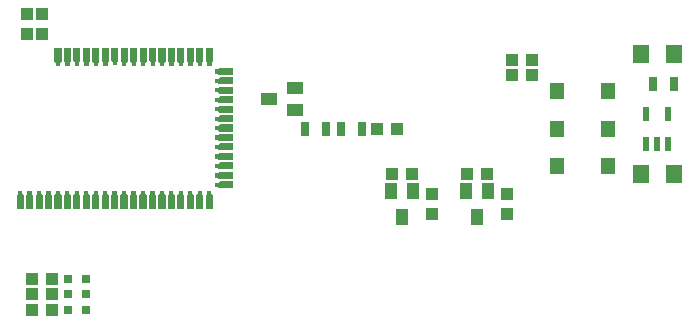
<source format=gbr>
G04 EAGLE Gerber RS-274X export*
G75*
%MOMM*%
%FSLAX34Y34*%
%LPD*%
%INSolderpaste Top*%
%IPPOS*%
%AMOC8*
5,1,8,0,0,1.08239X$1,22.5*%
G01*
%ADD10R,1.000000X1.400000*%
%ADD11R,0.550000X1.200000*%
%ADD12R,1.100000X1.000000*%
%ADD13R,0.800000X1.200000*%
%ADD14R,1.400000X1.600000*%
%ADD15R,0.800000X0.800000*%
%ADD16R,1.000000X1.100000*%
%ADD17R,1.400000X1.000000*%
%ADD18R,1.270000X1.470000*%

G36*
X88747Y206055D02*
X88747Y206055D01*
X88747Y206056D01*
X88747Y208518D01*
X89838Y209608D01*
X89838Y209611D01*
X89840Y209612D01*
X89840Y221270D01*
X89835Y221275D01*
X83815Y221275D01*
X83810Y221271D01*
X83810Y221270D01*
X83810Y209967D01*
X83811Y209966D01*
X83811Y209964D01*
X85156Y208619D01*
X85156Y206056D01*
X85160Y206051D01*
X85161Y206051D01*
X88742Y206051D01*
X88747Y206055D01*
G37*
G36*
X56736Y206048D02*
X56736Y206048D01*
X56735Y206048D01*
X56736Y206048D01*
X56736Y208510D01*
X57826Y209601D01*
X57827Y209603D01*
X57828Y209604D01*
X57828Y221263D01*
X57824Y221268D01*
X57823Y221268D01*
X51803Y221268D01*
X51798Y221263D01*
X51798Y209960D01*
X51800Y209958D01*
X51800Y209956D01*
X53144Y208612D01*
X53144Y206048D01*
X53149Y206043D01*
X53149Y206044D01*
X53149Y206043D01*
X56731Y206043D01*
X56736Y206048D01*
G37*
G36*
X120756Y206043D02*
X120756Y206043D01*
X120756Y208505D01*
X121847Y209596D01*
X121847Y209598D01*
X121849Y209599D01*
X121849Y221258D01*
X121844Y221263D01*
X121844Y221262D01*
X121844Y221263D01*
X115824Y221263D01*
X115819Y221258D01*
X115819Y209955D01*
X115820Y209953D01*
X115820Y209951D01*
X117165Y208606D01*
X117165Y206043D01*
X117169Y206038D01*
X117170Y206039D01*
X117170Y206038D01*
X120751Y206038D01*
X120756Y206043D01*
G37*
G36*
X64734Y206037D02*
X64734Y206037D01*
X64734Y206038D01*
X64734Y208500D01*
X65825Y209591D01*
X65825Y209593D01*
X65826Y209594D01*
X65826Y221253D01*
X65822Y221258D01*
X65822Y221257D01*
X65821Y221258D01*
X59802Y221258D01*
X59797Y221253D01*
X59797Y209950D01*
X59798Y209948D01*
X59798Y209946D01*
X61143Y208601D01*
X61143Y206038D01*
X61147Y206033D01*
X61148Y206033D01*
X64729Y206033D01*
X64734Y206037D01*
G37*
G36*
X48709Y206012D02*
X48709Y206012D01*
X48709Y206013D01*
X48709Y208474D01*
X49800Y209565D01*
X49800Y209568D01*
X49802Y209569D01*
X49802Y221227D01*
X49797Y221232D01*
X43777Y221232D01*
X43772Y221228D01*
X43772Y221227D01*
X43772Y209924D01*
X43773Y209923D01*
X43773Y209921D01*
X45118Y208576D01*
X45118Y206013D01*
X45122Y206008D01*
X45123Y206008D01*
X48704Y206008D01*
X48709Y206012D01*
G37*
G36*
X136690Y206004D02*
X136690Y206004D01*
X136689Y206005D01*
X136690Y206005D01*
X136690Y208467D01*
X137781Y209558D01*
X137781Y209560D01*
X137782Y209561D01*
X137782Y221220D01*
X137778Y221225D01*
X137777Y221224D01*
X137777Y221225D01*
X131757Y221225D01*
X131752Y221220D01*
X131752Y209917D01*
X131754Y209915D01*
X131754Y209913D01*
X133098Y208568D01*
X133098Y206005D01*
X133103Y206000D01*
X136685Y206000D01*
X136690Y206004D01*
G37*
G36*
X104709Y205989D02*
X104709Y205989D01*
X104708Y205990D01*
X104709Y205990D01*
X104709Y208452D01*
X105799Y209542D01*
X105800Y209545D01*
X105801Y209546D01*
X105801Y221204D01*
X105797Y221209D01*
X105796Y221209D01*
X99776Y221209D01*
X99771Y221205D01*
X99771Y221204D01*
X99771Y209901D01*
X99773Y209900D01*
X99773Y209898D01*
X101117Y208553D01*
X101117Y205990D01*
X101122Y205985D01*
X104704Y205985D01*
X104709Y205989D01*
G37*
G36*
X96657Y205989D02*
X96657Y205989D01*
X96657Y205990D01*
X96657Y208452D01*
X97748Y209542D01*
X97748Y209545D01*
X97749Y209546D01*
X97749Y221204D01*
X97745Y221209D01*
X97744Y221209D01*
X91724Y221209D01*
X91719Y221205D01*
X91720Y221205D01*
X91719Y221205D01*
X91720Y221205D01*
X91719Y221204D01*
X91719Y209901D01*
X91721Y209900D01*
X91721Y209898D01*
X93066Y208553D01*
X93066Y205990D01*
X93070Y205985D01*
X96652Y205985D01*
X96657Y205989D01*
G37*
G36*
X112740Y205982D02*
X112740Y205982D01*
X112740Y208444D01*
X113831Y209535D01*
X113831Y209537D01*
X113832Y209538D01*
X113832Y221197D01*
X113828Y221202D01*
X113828Y221201D01*
X113827Y221202D01*
X107808Y221202D01*
X107803Y221197D01*
X107803Y209894D01*
X107804Y209892D01*
X107804Y209890D01*
X109149Y208545D01*
X109149Y205982D01*
X109153Y205977D01*
X109153Y205978D01*
X109154Y205977D01*
X112735Y205977D01*
X112740Y205982D01*
G37*
G36*
X128750Y205951D02*
X128750Y205951D01*
X128749Y205951D01*
X128750Y205952D01*
X128750Y208413D01*
X129841Y209504D01*
X129841Y209507D01*
X129842Y209508D01*
X129842Y221166D01*
X129838Y221171D01*
X129837Y221171D01*
X123817Y221171D01*
X123812Y221167D01*
X123812Y221166D01*
X123812Y209863D01*
X123814Y209862D01*
X123814Y209860D01*
X125158Y208515D01*
X125158Y205952D01*
X125163Y205947D01*
X128745Y205947D01*
X128750Y205951D01*
G37*
G36*
X40726Y205944D02*
X40726Y205944D01*
X40726Y208406D01*
X41817Y209497D01*
X41817Y209499D01*
X41818Y209500D01*
X41818Y221159D01*
X41814Y221164D01*
X41814Y221163D01*
X41813Y221164D01*
X35794Y221164D01*
X35789Y221159D01*
X35789Y209856D01*
X35790Y209854D01*
X35790Y209852D01*
X37135Y208507D01*
X37135Y205944D01*
X37139Y205939D01*
X37140Y205939D01*
X40721Y205939D01*
X40726Y205944D01*
G37*
G36*
X152715Y205931D02*
X152715Y205931D01*
X152714Y205931D01*
X152715Y205931D01*
X152715Y208393D01*
X153805Y209484D01*
X153806Y209486D01*
X153807Y209487D01*
X153807Y221146D01*
X153803Y221151D01*
X153802Y221151D01*
X147782Y221151D01*
X147777Y221147D01*
X147777Y221146D01*
X147777Y209843D01*
X147779Y209841D01*
X147779Y209839D01*
X149123Y208495D01*
X149123Y205931D01*
X149128Y205926D01*
X149128Y205927D01*
X149128Y205926D01*
X152710Y205926D01*
X152715Y205931D01*
G37*
G36*
X160777Y205928D02*
X160777Y205928D01*
X160776Y205929D01*
X160777Y205929D01*
X160777Y208391D01*
X161867Y209481D01*
X161868Y209484D01*
X161869Y209485D01*
X161869Y221143D01*
X161864Y221148D01*
X155844Y221148D01*
X155839Y221144D01*
X155839Y221143D01*
X155839Y209840D01*
X155841Y209839D01*
X155841Y209837D01*
X157185Y208492D01*
X157185Y205929D01*
X157190Y205924D01*
X160772Y205924D01*
X160777Y205928D01*
G37*
G36*
X168828Y205926D02*
X168828Y205926D01*
X168828Y208388D01*
X169919Y209479D01*
X169919Y209481D01*
X169921Y209482D01*
X169921Y221141D01*
X169916Y221146D01*
X163896Y221146D01*
X163891Y221142D01*
X163891Y221141D01*
X163891Y209838D01*
X163892Y209836D01*
X163892Y209834D01*
X165237Y208490D01*
X165237Y205926D01*
X165241Y205921D01*
X165242Y205922D01*
X165242Y205921D01*
X168823Y205921D01*
X168828Y205926D01*
G37*
G36*
X80767Y205921D02*
X80767Y205921D01*
X80766Y205921D01*
X80767Y205921D01*
X80767Y208383D01*
X81857Y209474D01*
X81858Y209476D01*
X81859Y209477D01*
X81859Y221136D01*
X81854Y221141D01*
X75834Y221141D01*
X75829Y221136D01*
X75829Y209833D01*
X75831Y209831D01*
X75831Y209829D01*
X77175Y208485D01*
X77175Y205921D01*
X77180Y205916D01*
X77180Y205917D01*
X77180Y205916D01*
X80762Y205916D01*
X80767Y205921D01*
G37*
G36*
X72738Y205877D02*
X72738Y205877D01*
X72737Y205878D01*
X72738Y205878D01*
X72738Y208340D01*
X73828Y209431D01*
X73829Y209433D01*
X73830Y209434D01*
X73830Y221093D01*
X73826Y221098D01*
X73825Y221097D01*
X73825Y221098D01*
X67805Y221098D01*
X67800Y221093D01*
X67800Y209790D01*
X67802Y209788D01*
X67802Y209786D01*
X69146Y208441D01*
X69146Y205878D01*
X69151Y205873D01*
X72733Y205873D01*
X72738Y205877D01*
G37*
G36*
X144663Y205875D02*
X144663Y205875D01*
X144663Y205876D01*
X144663Y208337D01*
X145754Y209428D01*
X145754Y209430D01*
X145755Y209432D01*
X145755Y221090D01*
X145751Y221095D01*
X145750Y221095D01*
X139730Y221095D01*
X139725Y221091D01*
X139726Y221091D01*
X139725Y221090D01*
X139726Y221090D01*
X139725Y221090D01*
X139725Y209787D01*
X139727Y209785D01*
X139727Y209784D01*
X141072Y208439D01*
X141072Y205876D01*
X141076Y205871D01*
X144658Y205871D01*
X144663Y205875D01*
G37*
G36*
X187040Y198042D02*
X187040Y198042D01*
X187040Y204062D01*
X187036Y204067D01*
X187035Y204067D01*
X175732Y204067D01*
X175730Y204065D01*
X175729Y204065D01*
X174384Y202721D01*
X171821Y202721D01*
X171816Y202716D01*
X171816Y199134D01*
X171820Y199129D01*
X171820Y199130D01*
X171821Y199129D01*
X174282Y199129D01*
X175373Y198039D01*
X175376Y198038D01*
X175377Y198037D01*
X187035Y198037D01*
X187040Y198042D01*
G37*
G36*
X186989Y190066D02*
X186989Y190066D01*
X186989Y190067D01*
X186989Y196086D01*
X186985Y196091D01*
X186984Y196091D01*
X175681Y196091D01*
X175680Y196090D01*
X175678Y196090D01*
X174333Y194745D01*
X171770Y194745D01*
X171765Y194741D01*
X171765Y194740D01*
X171765Y191159D01*
X171769Y191154D01*
X171770Y191154D01*
X174232Y191154D01*
X175322Y190063D01*
X175325Y190063D01*
X175326Y190062D01*
X186984Y190062D01*
X186989Y190066D01*
G37*
G36*
X187033Y182167D02*
X187033Y182167D01*
X187032Y182167D01*
X187033Y182167D01*
X187033Y188187D01*
X187028Y188192D01*
X175725Y188192D01*
X175723Y188190D01*
X175721Y188190D01*
X174376Y186846D01*
X171813Y186846D01*
X171808Y186841D01*
X171808Y183259D01*
X171812Y183254D01*
X171813Y183255D01*
X171813Y183254D01*
X174275Y183254D01*
X175366Y182164D01*
X175368Y182163D01*
X175369Y182162D01*
X187028Y182162D01*
X187033Y182167D01*
G37*
G36*
X187048Y174054D02*
X187048Y174054D01*
X187048Y180074D01*
X187044Y180079D01*
X187043Y180079D01*
X175740Y180079D01*
X175738Y180078D01*
X175736Y180078D01*
X174392Y178733D01*
X171828Y178733D01*
X171823Y178729D01*
X171824Y178728D01*
X171823Y178728D01*
X171823Y175147D01*
X171828Y175142D01*
X174290Y175142D01*
X175381Y174051D01*
X175383Y174051D01*
X175384Y174049D01*
X187043Y174049D01*
X187048Y174054D01*
G37*
G36*
X187002Y166063D02*
X187002Y166063D01*
X187002Y166064D01*
X187002Y172083D01*
X186998Y172088D01*
X186997Y172088D01*
X175694Y172088D01*
X175692Y172087D01*
X175691Y172087D01*
X174346Y170742D01*
X171783Y170742D01*
X171778Y170738D01*
X171778Y170737D01*
X171778Y167156D01*
X171782Y167151D01*
X171783Y167151D01*
X174244Y167151D01*
X175335Y166060D01*
X175337Y166060D01*
X175339Y166059D01*
X186997Y166059D01*
X187002Y166063D01*
G37*
G36*
X187109Y157976D02*
X187109Y157976D01*
X187109Y163996D01*
X187105Y164001D01*
X187104Y164001D01*
X175801Y164001D01*
X175799Y163999D01*
X175797Y164000D01*
X174453Y162655D01*
X171889Y162655D01*
X171884Y162650D01*
X171885Y162650D01*
X171884Y162650D01*
X171884Y159068D01*
X171889Y159063D01*
X171889Y159064D01*
X171889Y159063D01*
X174351Y159063D01*
X175442Y157973D01*
X175444Y157973D01*
X175445Y157971D01*
X187104Y157971D01*
X187109Y157976D01*
G37*
G36*
X187033Y150089D02*
X187033Y150089D01*
X187032Y150089D01*
X187033Y150090D01*
X187033Y156109D01*
X187028Y156114D01*
X175725Y156114D01*
X175723Y156113D01*
X175721Y156113D01*
X174376Y154768D01*
X171813Y154768D01*
X171808Y154764D01*
X171808Y154763D01*
X171808Y151182D01*
X171812Y151177D01*
X171813Y151177D01*
X174275Y151177D01*
X175366Y150086D01*
X175368Y150086D01*
X175369Y150085D01*
X187028Y150085D01*
X187033Y150089D01*
G37*
G36*
X187010Y142123D02*
X187010Y142123D01*
X187009Y142124D01*
X187010Y142124D01*
X187010Y148144D01*
X187005Y148149D01*
X175702Y148149D01*
X175700Y148147D01*
X175698Y148147D01*
X174354Y146803D01*
X171790Y146803D01*
X171785Y146798D01*
X171786Y146798D01*
X171785Y146798D01*
X171785Y143216D01*
X171790Y143211D01*
X171790Y143212D01*
X171790Y143211D01*
X174252Y143211D01*
X175343Y142121D01*
X175345Y142120D01*
X175346Y142119D01*
X187005Y142119D01*
X187010Y142123D01*
G37*
G36*
X187101Y134087D02*
X187101Y134087D01*
X187101Y134088D01*
X187101Y140107D01*
X187097Y140112D01*
X187096Y140112D01*
X175793Y140112D01*
X175791Y140111D01*
X175790Y140111D01*
X174445Y138766D01*
X171882Y138766D01*
X171877Y138762D01*
X171877Y138761D01*
X171877Y135180D01*
X171881Y135175D01*
X171882Y135175D01*
X174343Y135175D01*
X175434Y134084D01*
X175437Y134084D01*
X175438Y134083D01*
X187096Y134083D01*
X187101Y134087D01*
G37*
G36*
X187033Y126066D02*
X187033Y126066D01*
X187032Y126066D01*
X187033Y126066D01*
X187033Y132086D01*
X187028Y132091D01*
X175725Y132091D01*
X175723Y132089D01*
X175721Y132090D01*
X174376Y130745D01*
X171813Y130745D01*
X171808Y130740D01*
X171808Y127158D01*
X171812Y127153D01*
X171813Y127154D01*
X171813Y127153D01*
X174275Y127153D01*
X175366Y126063D01*
X175368Y126063D01*
X175369Y126061D01*
X187028Y126061D01*
X187033Y126066D01*
G37*
G36*
X187040Y118120D02*
X187040Y118120D01*
X187040Y118121D01*
X187040Y124141D01*
X187036Y124146D01*
X187035Y124146D01*
X175732Y124146D01*
X175730Y124144D01*
X175729Y124144D01*
X174384Y122800D01*
X171821Y122800D01*
X171816Y122795D01*
X171816Y119213D01*
X171820Y119208D01*
X171820Y119209D01*
X171821Y119208D01*
X174282Y119208D01*
X175373Y118118D01*
X175376Y118117D01*
X175377Y118116D01*
X187035Y118116D01*
X187040Y118120D01*
G37*
G36*
X187109Y110048D02*
X187109Y110048D01*
X187109Y110049D01*
X187109Y116069D01*
X187104Y116074D01*
X187104Y116073D01*
X187104Y116074D01*
X175801Y116074D01*
X175799Y116072D01*
X175797Y116072D01*
X174453Y114728D01*
X171889Y114728D01*
X171884Y114723D01*
X171885Y114723D01*
X171884Y114723D01*
X171884Y111141D01*
X171889Y111136D01*
X174351Y111136D01*
X175442Y110045D01*
X175444Y110045D01*
X175445Y110044D01*
X187104Y110044D01*
X187109Y110048D01*
G37*
G36*
X187071Y101989D02*
X187071Y101989D01*
X187070Y101989D01*
X187071Y101990D01*
X187071Y108009D01*
X187066Y108014D01*
X175763Y108014D01*
X175761Y108013D01*
X175759Y108013D01*
X174415Y106668D01*
X171851Y106668D01*
X171846Y106664D01*
X171847Y106663D01*
X171846Y106663D01*
X171846Y103082D01*
X171851Y103077D01*
X174313Y103077D01*
X175404Y101986D01*
X175406Y101986D01*
X175407Y101985D01*
X187066Y101985D01*
X187071Y101989D01*
G37*
G36*
X49804Y84839D02*
X49804Y84839D01*
X49804Y96142D01*
X49803Y96144D01*
X49803Y96146D01*
X48458Y97491D01*
X48458Y100054D01*
X48454Y100059D01*
X48453Y100059D01*
X44872Y100059D01*
X44867Y100055D01*
X44867Y100054D01*
X44867Y97592D01*
X43776Y96502D01*
X43776Y96499D01*
X43774Y96498D01*
X43774Y84839D01*
X43779Y84834D01*
X43779Y84835D01*
X43779Y84834D01*
X49799Y84834D01*
X49804Y84839D01*
G37*
G36*
X121902Y84813D02*
X121902Y84813D01*
X121902Y84814D01*
X121902Y96117D01*
X121900Y96119D01*
X121901Y96121D01*
X120556Y97465D01*
X120556Y100029D01*
X120551Y100034D01*
X120551Y100033D01*
X120551Y100034D01*
X116969Y100034D01*
X116964Y100029D01*
X116965Y100029D01*
X116964Y100029D01*
X116965Y100029D01*
X116964Y100029D01*
X116964Y97567D01*
X115874Y96476D01*
X115874Y96474D01*
X115872Y96473D01*
X115872Y84814D01*
X115877Y84809D01*
X121897Y84809D01*
X121902Y84813D01*
G37*
G36*
X105854Y84785D02*
X105854Y84785D01*
X105854Y84786D01*
X105854Y96089D01*
X105853Y96091D01*
X105853Y96093D01*
X104508Y97437D01*
X104508Y100001D01*
X104504Y100006D01*
X104503Y100005D01*
X104503Y100006D01*
X100922Y100006D01*
X100917Y100001D01*
X100917Y97539D01*
X99826Y96448D01*
X99826Y96446D01*
X99825Y96445D01*
X99825Y84786D01*
X99829Y84781D01*
X105849Y84781D01*
X105854Y84785D01*
G37*
G36*
X129844Y84770D02*
X129844Y84770D01*
X129844Y84771D01*
X129845Y84771D01*
X129845Y96074D01*
X129843Y96076D01*
X129843Y96077D01*
X128498Y97422D01*
X128498Y99985D01*
X128494Y99990D01*
X128493Y99990D01*
X124912Y99990D01*
X124907Y99986D01*
X124907Y99985D01*
X124907Y97524D01*
X123816Y96433D01*
X123816Y96431D01*
X123815Y96429D01*
X123815Y84771D01*
X123819Y84766D01*
X123820Y84766D01*
X129840Y84766D01*
X129844Y84770D01*
G37*
G36*
X65788Y84770D02*
X65788Y84770D01*
X65788Y84771D01*
X65788Y96074D01*
X65787Y96076D01*
X65787Y96077D01*
X64442Y97422D01*
X64442Y99985D01*
X64438Y99990D01*
X64437Y99990D01*
X60856Y99990D01*
X60851Y99986D01*
X60851Y99985D01*
X60851Y97524D01*
X59760Y96433D01*
X59760Y96431D01*
X59759Y96429D01*
X59759Y84771D01*
X59763Y84766D01*
X59764Y84766D01*
X65783Y84766D01*
X65788Y84770D01*
G37*
G36*
X33810Y84760D02*
X33810Y84760D01*
X33809Y84760D01*
X33810Y84761D01*
X33810Y96064D01*
X33808Y96066D01*
X33808Y96067D01*
X32464Y97412D01*
X32464Y99975D01*
X32459Y99980D01*
X28877Y99980D01*
X28872Y99976D01*
X28872Y99975D01*
X28872Y97514D01*
X27781Y96423D01*
X27781Y96420D01*
X27780Y96419D01*
X27780Y84761D01*
X27784Y84756D01*
X27785Y84756D01*
X33805Y84756D01*
X33810Y84760D01*
G37*
G36*
X25832Y84760D02*
X25832Y84760D01*
X25831Y84760D01*
X25832Y84761D01*
X25832Y96064D01*
X25830Y96065D01*
X25830Y96067D01*
X24485Y97412D01*
X24485Y99975D01*
X24481Y99980D01*
X24480Y99980D01*
X20899Y99980D01*
X20894Y99976D01*
X20894Y99975D01*
X20894Y97514D01*
X19803Y96423D01*
X19803Y96420D01*
X19802Y96419D01*
X19802Y84761D01*
X19806Y84756D01*
X19807Y84756D01*
X25827Y84756D01*
X25832Y84760D01*
G37*
G36*
X9812Y84760D02*
X9812Y84760D01*
X9811Y84760D01*
X9812Y84761D01*
X9812Y96064D01*
X9810Y96065D01*
X9810Y96067D01*
X8466Y97412D01*
X8466Y99975D01*
X8461Y99980D01*
X4879Y99980D01*
X4874Y99976D01*
X4874Y99975D01*
X4874Y97514D01*
X3783Y96423D01*
X3783Y96420D01*
X3782Y96419D01*
X3782Y84761D01*
X3786Y84756D01*
X3787Y84756D01*
X9807Y84756D01*
X9812Y84760D01*
G37*
G36*
X161869Y84755D02*
X161869Y84755D01*
X161869Y84756D01*
X161869Y96059D01*
X161867Y96060D01*
X161867Y96062D01*
X160523Y97407D01*
X160523Y99970D01*
X160518Y99975D01*
X156936Y99975D01*
X156931Y99971D01*
X156932Y99971D01*
X156931Y99971D01*
X156932Y99970D01*
X156931Y99970D01*
X156931Y97508D01*
X155841Y96418D01*
X155840Y96415D01*
X155839Y96414D01*
X155839Y84756D01*
X155843Y84751D01*
X155844Y84751D01*
X161864Y84751D01*
X161869Y84755D01*
G37*
G36*
X153916Y84755D02*
X153916Y84755D01*
X153916Y84756D01*
X153916Y96059D01*
X153915Y96060D01*
X153915Y96062D01*
X152570Y97407D01*
X152570Y99970D01*
X152566Y99975D01*
X152565Y99975D01*
X148984Y99975D01*
X148979Y99971D01*
X148979Y99970D01*
X148979Y97508D01*
X147888Y96418D01*
X147888Y96415D01*
X147886Y96414D01*
X147886Y84756D01*
X147891Y84751D01*
X153911Y84751D01*
X153916Y84755D01*
G37*
G36*
X169822Y84755D02*
X169822Y84755D01*
X169821Y84755D01*
X169822Y84756D01*
X169822Y96059D01*
X169820Y96060D01*
X169820Y96062D01*
X168475Y97407D01*
X168475Y99970D01*
X168471Y99975D01*
X168470Y99975D01*
X164889Y99975D01*
X164884Y99971D01*
X164884Y99970D01*
X164884Y97508D01*
X163793Y96418D01*
X163793Y96415D01*
X163792Y96414D01*
X163792Y84756D01*
X163796Y84751D01*
X163797Y84751D01*
X169817Y84751D01*
X169822Y84755D01*
G37*
G36*
X145811Y84752D02*
X145811Y84752D01*
X145811Y84753D01*
X145811Y96056D01*
X145809Y96058D01*
X145810Y96060D01*
X144465Y97404D01*
X144465Y99968D01*
X144460Y99973D01*
X144460Y99972D01*
X144460Y99973D01*
X140878Y99973D01*
X140873Y99968D01*
X140874Y99968D01*
X140873Y99968D01*
X140874Y99968D01*
X140873Y99968D01*
X140873Y97506D01*
X139783Y96415D01*
X139783Y96413D01*
X139781Y96412D01*
X139781Y84753D01*
X139786Y84748D01*
X145806Y84748D01*
X145811Y84752D01*
G37*
G36*
X97734Y84750D02*
X97734Y84750D01*
X97734Y84751D01*
X97734Y96054D01*
X97732Y96055D01*
X97732Y96057D01*
X96388Y97402D01*
X96388Y99965D01*
X96383Y99970D01*
X92801Y99970D01*
X92796Y99966D01*
X92797Y99966D01*
X92796Y99965D01*
X92797Y99965D01*
X92796Y99965D01*
X92796Y97503D01*
X91706Y96413D01*
X91705Y96410D01*
X91704Y96409D01*
X91704Y84751D01*
X91708Y84746D01*
X91709Y84746D01*
X97729Y84746D01*
X97734Y84750D01*
G37*
G36*
X137797Y84745D02*
X137797Y84745D01*
X137797Y96048D01*
X137796Y96050D01*
X137796Y96052D01*
X136451Y97397D01*
X136451Y99960D01*
X136447Y99965D01*
X136446Y99965D01*
X132865Y99965D01*
X132860Y99961D01*
X132860Y99960D01*
X132860Y97498D01*
X131769Y96408D01*
X131769Y96405D01*
X131768Y96404D01*
X131768Y84745D01*
X131772Y84741D01*
X131773Y84740D01*
X137792Y84740D01*
X137797Y84745D01*
G37*
G36*
X89867Y84745D02*
X89867Y84745D01*
X89868Y84745D01*
X89868Y96048D01*
X89866Y96050D01*
X89866Y96052D01*
X88521Y97397D01*
X88521Y99960D01*
X88517Y99965D01*
X88516Y99965D01*
X84935Y99965D01*
X84930Y99961D01*
X84930Y99960D01*
X84930Y97498D01*
X83839Y96408D01*
X83839Y96405D01*
X83838Y96404D01*
X83838Y84745D01*
X83842Y84741D01*
X83843Y84740D01*
X89863Y84740D01*
X89867Y84745D01*
G37*
G36*
X57835Y84737D02*
X57835Y84737D01*
X57835Y84738D01*
X57836Y84738D01*
X57836Y96041D01*
X57834Y96043D01*
X57834Y96044D01*
X56489Y97389D01*
X56489Y99952D01*
X56485Y99957D01*
X56484Y99957D01*
X52903Y99957D01*
X52898Y99953D01*
X52898Y99952D01*
X52898Y97491D01*
X51807Y96400D01*
X51807Y96398D01*
X51806Y96396D01*
X51806Y84738D01*
X51810Y84733D01*
X51811Y84733D01*
X57831Y84733D01*
X57835Y84737D01*
G37*
G36*
X81737Y84735D02*
X81737Y84735D01*
X81737Y96038D01*
X81735Y96040D01*
X81735Y96042D01*
X80391Y97387D01*
X80391Y99950D01*
X80386Y99955D01*
X76804Y99955D01*
X76799Y99951D01*
X76800Y99950D01*
X76799Y99950D01*
X76800Y99950D01*
X76799Y99950D01*
X76799Y97488D01*
X75709Y96397D01*
X75708Y96395D01*
X75707Y96394D01*
X75707Y84735D01*
X75712Y84730D01*
X75712Y84731D01*
X75712Y84730D01*
X81732Y84730D01*
X81737Y84735D01*
G37*
G36*
X113774Y84732D02*
X113774Y84732D01*
X113774Y84733D01*
X113774Y96036D01*
X113772Y96038D01*
X113773Y96039D01*
X112428Y97384D01*
X112428Y99947D01*
X112423Y99952D01*
X108841Y99952D01*
X108836Y99948D01*
X108837Y99948D01*
X108836Y99948D01*
X108837Y99947D01*
X108836Y99947D01*
X108836Y97486D01*
X107746Y96395D01*
X107746Y96392D01*
X107744Y96391D01*
X107744Y84733D01*
X107749Y84728D01*
X113769Y84728D01*
X113774Y84732D01*
G37*
G36*
X17823Y84712D02*
X17823Y84712D01*
X17823Y96015D01*
X17821Y96017D01*
X17821Y96019D01*
X16477Y97364D01*
X16477Y99927D01*
X16472Y99932D01*
X12890Y99932D01*
X12885Y99928D01*
X12886Y99927D01*
X12885Y99927D01*
X12886Y99927D01*
X12885Y99927D01*
X12885Y97465D01*
X11795Y96375D01*
X11794Y96372D01*
X11793Y96371D01*
X11793Y84712D01*
X11798Y84707D01*
X11798Y84708D01*
X11798Y84707D01*
X17818Y84707D01*
X17823Y84712D01*
G37*
G36*
X41811Y84697D02*
X41811Y84697D01*
X41810Y84697D01*
X41811Y84697D01*
X41811Y96000D01*
X41809Y96002D01*
X41809Y96004D01*
X40465Y97348D01*
X40465Y99912D01*
X40460Y99917D01*
X40460Y99916D01*
X40460Y99917D01*
X36878Y99917D01*
X36873Y99912D01*
X36873Y97450D01*
X35782Y96359D01*
X35782Y96357D01*
X35781Y96356D01*
X35781Y84697D01*
X35785Y84692D01*
X35786Y84693D01*
X35786Y84692D01*
X41806Y84692D01*
X41811Y84697D01*
G37*
G36*
X73797Y84689D02*
X73797Y84689D01*
X73797Y84690D01*
X73797Y95993D01*
X73795Y95994D01*
X73795Y95996D01*
X72451Y97341D01*
X72451Y99904D01*
X72446Y99909D01*
X68864Y99909D01*
X68859Y99905D01*
X68860Y99905D01*
X68859Y99904D01*
X68860Y99904D01*
X68859Y99904D01*
X68859Y97442D01*
X67769Y96352D01*
X67768Y96349D01*
X67767Y96348D01*
X67767Y84690D01*
X67772Y84685D01*
X73792Y84685D01*
X73797Y84689D01*
G37*
D10*
X393700Y77900D03*
X384200Y99900D03*
X403200Y99900D03*
D11*
X536600Y139399D03*
X546100Y139399D03*
X555600Y139399D03*
X555600Y165401D03*
X536600Y165401D03*
D12*
X385200Y114300D03*
X402200Y114300D03*
X33900Y-1270D03*
X16900Y-1270D03*
D13*
X560180Y190500D03*
X542180Y190500D03*
D14*
X560100Y114300D03*
X532100Y114300D03*
D15*
X62110Y-1270D03*
X47110Y-1270D03*
X62110Y25400D03*
X47110Y25400D03*
X62110Y12700D03*
X47110Y12700D03*
D12*
X33900Y12700D03*
X16900Y12700D03*
X33900Y25400D03*
X16900Y25400D03*
D16*
X419100Y80400D03*
X419100Y97400D03*
D10*
X330200Y77900D03*
X320700Y99900D03*
X339700Y99900D03*
D12*
X321700Y114300D03*
X338700Y114300D03*
D16*
X355600Y80400D03*
X355600Y97400D03*
D14*
X532100Y215900D03*
X560100Y215900D03*
D12*
X423300Y198120D03*
X440300Y198120D03*
X423300Y210820D03*
X440300Y210820D03*
D16*
X12700Y249800D03*
X12700Y232800D03*
D17*
X217600Y177800D03*
X239600Y187300D03*
X239600Y168300D03*
D13*
X265540Y152400D03*
X247540Y152400D03*
X296020Y152400D03*
X278020Y152400D03*
D12*
X309000Y152400D03*
X326000Y152400D03*
D16*
X25400Y249800D03*
X25400Y232800D03*
D18*
X461100Y152400D03*
X504100Y152400D03*
X461100Y120650D03*
X504100Y120650D03*
X461100Y184150D03*
X504100Y184150D03*
M02*

</source>
